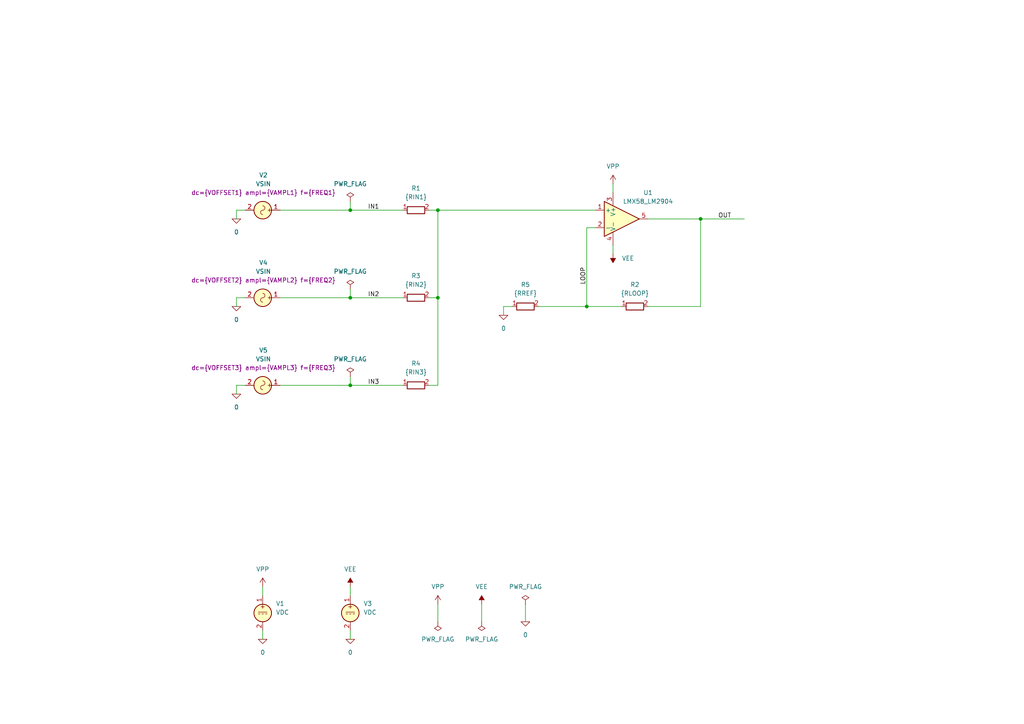
<source format=kicad_sch>
(kicad_sch (version 20211123) (generator eeschema)
  (paper "A4")
  (title_block (title "Non-inverting summing operational amplifier") (date "2023-09-05") (rev "1") (company "astroelectronic@") (comment 1 "-") (comment 2 "-") (comment 3 "-") (comment 4 "AE01010358"))
  (lib_symbols
    (symbol "Device:R" (pin_names (offset 0) hide)
      (property "Reference" "R" (at 2.032 0 90))
      (property "Value" "R" (at 0 0 90))
      (symbol "R_0_1"
        (rectangle (start -1.016 -2.54) (end 1.016 2.54) (stroke (width 0.254)))
      )
      (symbol "R_1_1"
        (pin passive line (at 0 3.81 270) (length 1.27) (name "~") (number "1"))
        (pin passive line (at 0 -3.81 90) (length 1.27) (name "~") (number "2"))
      )
    )
    (symbol "LM358:LMX58_LM2904" (pin_names (offset 0.254))
      (property "Reference" "U" (at 3.81 3.175 0))
      (property "Value" "LMX58_LM2904" (at 3.81 -3.175 0))
      (symbol "LMX58_LM2904_0_1"
        (polyline (pts (xy 5.08 0) (xy -5.08 5.08) (xy -5.08 -5.08) (xy 5.08 0)) (stroke (width 0.254)) (fill (type background)))
      )
      (symbol "LMX58_LM2904_1_1"
        (pin passive line (at -7.62 2.54 0) (length 2.54) (name "+") (number "1"))
        (pin passive line (at -7.62 -2.54 0) (length 2.54) (name "-") (number "2"))
        (pin passive line (at -2.54 7.62 270) (length 3.81) (name "V+") (number "3"))
        (pin passive line (at -2.54 -7.62 90) (length 3.81) (name "V-") (number "4"))
        (pin passive line (at 7.62 0 180) (length 2.54) (name "~") (number "5"))
      )
    )
    (symbol "R_1" (pin_names (offset 0) hide)
      (property "Reference" "R" (at 2.032 0 90))
      (property "Value" "R_1" (at 0 0 90))
      (symbol "R_1_0_1"
        (rectangle (start -1.016 -2.54) (end 1.016 2.54) (stroke (width 0.254)))
      )
      (symbol "R_1_1_1"
        (pin passive line (at 0 3.81 270) (length 1.27) (name "~") (number "1"))
        (pin passive line (at 0 -3.81 90) (length 1.27) (name "~") (number "2"))
      )
    )
    (symbol "Simulation_SPICE:VDC" (pin_names (offset 0.0254) hide)
      (property "Reference" "V" (at 2.54 2.54 0))
      (property "Value" "VDC" (at 2.54 0 0))
      (property "Spice_Model" "dc(1)" (at 2.54 -2.54 0))
      (symbol "VDC_0_0"
        (polyline (pts (xy -1.27 0.254) (xy 1.27 0.254)))
        (polyline (pts (xy -0.762 -0.254) (xy -1.27 -0.254)))
        (polyline (pts (xy 0.254 -0.254) (xy -0.254 -0.254)))
        (polyline (pts (xy 1.27 -0.254) (xy 0.762 -0.254)))
        (text "+" (at 0 1.905 0) (effects (font (size 1.27 1.27))))
      )
      (symbol "VDC_0_1"
        (circle (center 0 0) (radius 2.54) (stroke (width 0.254)) (fill (type background)))
      )
      (symbol "VDC_1_1"
        (pin passive line (at 0 5.08 270) (length 2.54) (name "~") (number "1"))
        (pin passive line (at 0 -5.08 90) (length 2.54) (name "~") (number "2"))
      )
    )
    (symbol "Simulation_SPICE:VSIN" (pin_names (offset 0.0254) hide)
      (property "Reference" "V" (at 2.54 2.54 0))
      (property "Value" "VSIN" (at 2.54 0 0))
      (property "Spice_Model" "sin(0 1 1k)" (at 2.54 -2.54 0))
      (symbol "VSIN_0_0"
        (arc (start 0 0) (mid -0.635 0.635) (end -1.27 0))
        (arc (start 0 0) (mid 0.635 -0.635) (end 1.27 0))
        (text "+" (at 0 1.905 0) (effects (font (size 1.27 1.27))))
      )
      (symbol "VSIN_0_1"
        (circle (center 0 0) (radius 2.54) (stroke (width 0.254)) (fill (type background)))
      )
      (symbol "VSIN_1_1"
        (pin passive line (at 0 5.08 270) (length 2.54) (name "~") (number "1"))
        (pin passive line (at 0 -5.08 90) (length 2.54) (name "~") (number "2"))
      )
    )
    (symbol "VDC_1" (pin_names (offset 0.0254) hide)
      (property "Reference" "V" (at 2.54 2.54 0))
      (property "Value" "VDC_1" (at 2.54 0 0))
      (property "Spice_Model" "dc(1)" (at 2.54 -2.54 0))
      (symbol "VDC_1_0_0"
        (polyline (pts (xy -1.27 0.254) (xy 1.27 0.254)))
        (polyline (pts (xy -0.762 -0.254) (xy -1.27 -0.254)))
        (polyline (pts (xy 0.254 -0.254) (xy -0.254 -0.254)))
        (polyline (pts (xy 1.27 -0.254) (xy 0.762 -0.254)))
        (text "+" (at 0 1.905 0) (effects (font (size 1.27 1.27))))
      )
      (symbol "VDC_1_0_1"
        (circle (center 0 0) (radius 2.54) (stroke (width 0.254)) (fill (type background)))
      )
      (symbol "VDC_1_1_1"
        (pin passive line (at 0 5.08 270) (length 2.54) (name "~") (number "1"))
        (pin passive line (at 0 -5.08 90) (length 2.54) (name "~") (number "2"))
      )
    )
    (symbol "power:PWR_FLAG" (power) (pin_numbers hide) (pin_names (offset 0) hide)
      (property "Value" "PWR_FLAG" (at 0 3.81 0))
      (symbol "PWR_FLAG_0_0"
        (pin power_out line (at 0 0 90) (length 0) (name "pwr") (number "1"))
      )
      (symbol "PWR_FLAG_0_1"
        (polyline (pts (xy 0 0) (xy 0 1.27) (xy -1.016 1.905) (xy 0 2.54) (xy 1.016 1.905) (xy 0 1.27)))
      )
    )
    (symbol "power:VEE" (power) (pin_names (offset 0))
      (property "Value" "VEE" (at 0 3.81 0))
      (symbol "VEE_0_1"
        (polyline (pts (xy 0 0) (xy 0 2.54)))
        (polyline (pts (xy 0.762 1.27) (xy -0.762 1.27) (xy 0 2.54) (xy 0.762 1.27)) (fill (type outline)))
      )
      (symbol "VEE_1_1"
        (pin power_in line (at 0 0 90) (length 0) hide (name "VEE") (number "1"))
      )
    )
    (symbol "power:VPP" (power) (pin_names (offset 0))
      (property "Value" "VPP" (at 0 3.81 0))
      (symbol "VPP_0_1"
        (polyline (pts (xy -0.762 1.27) (xy 0 2.54)))
        (polyline (pts (xy 0 0) (xy 0 2.54)))
        (polyline (pts (xy 0 2.54) (xy 0.762 1.27)))
      )
      (symbol "VPP_1_1"
        (pin power_in line (at 0 0 90) (length 0) hide (name "VPP") (number "1"))
      )
    )
    (symbol "pspice:0" (power) (pin_names (offset 0))
      (property "Value" "0" (at 0 -1.778 0))
      (symbol "0_0_1"
        (polyline (pts (xy -1.27 0) (xy 0 -1.27) (xy 1.27 0) (xy -1.27 0)))
      )
      (symbol "0_1_1"
        (pin power_in line (at 0 0 0) (length 0) hide (name "0") (number "1"))
      )
    )
  )
  (junction (at 127 86.36))
  (junction (at 170.18 88.9))
  (junction (at 127 60.96))
  (junction (at 101.6 111.76))
  (junction (at 203.2 63.5))
  (junction (at 101.6 60.96))
  (junction (at 101.6 86.36))
  (wire (pts (xy 170.18 88.9) (xy 180.34 88.9)))
  (wire (pts (xy 146.05 88.9) (xy 148.59 88.9)))
  (wire (pts (xy 101.6 86.36) (xy 81.28 86.36)))
  (wire (pts (xy 139.7 175.26) (xy 139.7 180.34)))
  (wire (pts (xy 146.05 88.9) (xy 146.05 91.44)))
  (wire (pts (xy 116.84 60.96) (xy 101.6 60.96)))
  (wire (pts (xy 116.84 111.76) (xy 101.6 111.76)))
  (wire (pts (xy 124.46 60.96) (xy 127 60.96)))
  (wire (pts (xy 127 60.96) (xy 172.72 60.96)))
  (wire (pts (xy 101.6 58.42) (xy 101.6 60.96)))
  (wire (pts (xy 187.96 88.9) (xy 203.2 88.9)))
  (wire (pts (xy 170.18 66.04) (xy 170.18 88.9)))
  (wire (pts (xy 68.58 86.36) (xy 71.12 86.36)))
  (wire (pts (xy 177.8 53.34) (xy 177.8 55.88)))
  (wire (pts (xy 101.6 170.18) (xy 101.6 172.72)))
  (wire (pts (xy 101.6 111.76) (xy 81.28 111.76)))
  (wire (pts (xy 101.6 83.82) (xy 101.6 86.36)))
  (wire (pts (xy 127 111.76) (xy 127 86.36)))
  (wire (pts (xy 101.6 109.22) (xy 101.6 111.76)))
  (wire (pts (xy 76.2 170.18) (xy 76.2 172.72)))
  (wire (pts (xy 172.72 66.04) (xy 170.18 66.04)))
  (wire (pts (xy 101.6 182.88) (xy 101.6 185.42)))
  (wire (pts (xy 68.58 60.96) (xy 68.58 63.5)))
  (wire (pts (xy 177.8 71.12) (xy 177.8 73.66)))
  (wire (pts (xy 203.2 63.5) (xy 187.96 63.5)))
  (wire (pts (xy 127 86.36) (xy 124.46 86.36)))
  (wire (pts (xy 101.6 60.96) (xy 81.28 60.96)))
  (wire (pts (xy 68.58 86.36) (xy 68.58 88.9)))
  (wire (pts (xy 152.4 175.26) (xy 152.4 180.34)))
  (wire (pts (xy 203.2 63.5) (xy 215.9 63.5)))
  (wire (pts (xy 68.58 111.76) (xy 68.58 114.3)))
  (wire (pts (xy 156.21 88.9) (xy 170.18 88.9)))
  (wire (pts (xy 68.58 111.76) (xy 71.12 111.76)))
  (wire (pts (xy 76.2 182.88) (xy 76.2 185.42)))
  (wire (pts (xy 127 175.26) (xy 127 180.34)))
  (wire (pts (xy 116.84 86.36) (xy 101.6 86.36)))
  (wire (pts (xy 203.2 88.9) (xy 203.2 63.5)))
  (wire (pts (xy 68.58 60.96) (xy 71.12 60.96)))
  (wire (pts (xy 124.46 111.76) (xy 127 111.76)))
  (wire (pts (xy 127 60.96) (xy 127 86.36)))
  (label "IN1" (at 106.68 60.96 0))
  (label "IN2" (at 106.68 86.36 0))
  (label "LOOP" (at 170.18 82.55 90))
  (label "IN3" (at 106.68 111.76 0))
  (label "OUT" (at 208.28 63.5 0))
  (symbol (lib_id "Simulation_SPICE:VDC") (at 101.6 177.8 0) (unit 1)
    (property "Reference" "V3" (at 105.41 175.0701 0) (effects (justify left)))
    (property "Value" "VDC" (at 105.41 177.6101 0) (effects (justify left)))
    (property "Spice_Netlist_Enabled" "Y" (effects hide))
    (property "Spice_Primitive" "V" (effects hide))
    (property "Spice_Model" "{VNEG}" (at 105.41 180.1501 0) (effects (justify left)))
  )
  (symbol (lib_id "power:VPP") (at 76.2 170.18 0) (unit 1)
    (property "Reference" "#PWR01" (effects hide))
    (property "Value" "VPP" (at 76.2 165.1 0))
  )
  (symbol (lib_id "power:PWR_FLAG") (at 101.6 58.42 0) (unit 1)
    (property "Reference" "#FLG01" (effects hide))
    (property "Value" "PWR_FLAG" (at 101.6 53.34 0))
  )
  (symbol (lib_id "Device:R") (at 152.4 88.9 90) (unit 1)
    (property "Reference" "R5" (at 152.4 82.55 90))
    (property "Value" "{RREF}" (at 152.4 85.09 90))
  )
  (symbol (lib_id "pspice:0") (at 152.4 180.34 0) (unit 1)
    (property "Reference" "#GND05" (effects hide))
    (property "Value" "0" (at 152.4 184.15 0))
  )
  (symbol (lib_id "power:PWR_FLAG") (at 101.6 109.22 0) (unit 1)
    (property "Reference" "#FLG06" (effects hide))
    (property "Value" "PWR_FLAG" (at 101.6 104.14 0))
  )
  (symbol (lib_id "pspice:0") (at 68.58 63.5 0) (unit 1)
    (property "Reference" "#GND02" (effects hide))
    (property "Value" "0" (at 68.58 67.31 0))
  )
  (symbol (lib_id "Device:R") (at 184.15 88.9 90) (unit 1)
    (property "Reference" "R2" (at 184.15 82.55 90))
    (property "Value" "{RLOOP}" (at 184.15 85.09 90))
  )
  (symbol (lib_id "Simulation_SPICE:VSIN") (at 76.2 86.36 270) (unit 1)
    (property "Reference" "V4" (at 76.3897 76.2 90))
    (property "Value" "VSIN" (at 76.3897 78.74 90))
    (property "Spice_Netlist_Enabled" "Y" (effects hide))
    (property "Spice_Primitive" "V" (effects hide))
    (property "Spice_Model" "sin({VOFFSET2} {VAMPL2} {FREQ2})" (at 76.3897 81.28 90))
  )
  (symbol (lib_id "Simulation_SPICE:VSIN") (at 76.2 111.76 270) (unit 1)
    (property "Reference" "V5" (at 76.3897 101.6 90))
    (property "Value" "VSIN" (at 76.3897 104.14 90))
    (property "Spice_Netlist_Enabled" "Y" (effects hide))
    (property "Spice_Primitive" "V" (effects hide))
    (property "Spice_Model" "sin({VOFFSET3} {VAMPL3} {FREQ3})" (at 76.3897 106.68 90))
  )
  (symbol (lib_id "power:PWR_FLAG") (at 139.7 180.34 180) (unit 1)
    (property "Reference" "#FLG03" (effects hide))
    (property "Value" "PWR_FLAG" (at 139.7 185.42 0))
  )
  (symbol (lib_id "power:PWR_FLAG") (at 127 180.34 180) (unit 1)
    (property "Reference" "#FLG02" (effects hide))
    (property "Value" "PWR_FLAG" (at 127 185.42 0))
  )
  (symbol (lib_id "pspice:0") (at 68.58 88.9 0) (unit 1)
    (property "Reference" "#GND04" (effects hide))
    (property "Value" "0" (at 68.58 92.71 0))
  )
  (symbol (lib_id "power:VEE") (at 139.7 175.26 0) (unit 1)
    (property "Reference" "#PWR06" (effects hide))
    (property "Value" "VEE" (at 139.7 170.18 0))
  )
  (symbol (lib_id "Simulation_SPICE:VSIN") (at 76.2 60.96 270) (unit 1)
    (property "Reference" "V2" (at 76.3897 50.8 90))
    (property "Value" "VSIN" (at 76.3897 53.34 90))
    (property "Spice_Netlist_Enabled" "Y" (effects hide))
    (property "Spice_Primitive" "V" (effects hide))
    (property "Spice_Model" "sin({VOFFSET1} {VAMPL1} {FREQ1})" (at 76.3897 55.88 90))
  )
  (symbol (lib_id "power:PWR_FLAG") (at 152.4 175.26 0) (unit 1)
    (property "Reference" "#FLG04" (effects hide))
    (property "Value" "PWR_FLAG" (at 152.4 170.18 0))
  )
  (symbol (lib_name "VDC_1") (lib_id "Simulation_SPICE:VDC") (at 76.2 177.8 0) (unit 1)
    (property "Reference" "V1" (at 80.01 175.0701 0) (effects (justify left)))
    (property "Value" "VDC" (at 80.01 177.6101 0) (effects (justify left)))
    (property "Spice_Netlist_Enabled" "Y" (effects hide))
    (property "Spice_Primitive" "V" (effects hide))
    (property "Spice_Model" "{VPOS}" (at 80.01 180.1501 0) (effects (justify left)))
  )
  (symbol (lib_id "pspice:0") (at 76.2 185.42 0) (unit 1)
    (property "Reference" "#GND01" (effects hide))
    (property "Value" "0" (at 76.2 189.23 0))
  )
  (symbol (lib_id "pspice:0") (at 146.05 91.44 0) (unit 1)
    (property "Reference" "#GND07" (effects hide))
    (property "Value" "0" (at 146.05 95.25 0))
  )
  (symbol (lib_name "R_1") (lib_id "Device:R") (at 120.65 86.36 90) (unit 1)
    (property "Reference" "R3" (at 120.65 80.01 90))
    (property "Value" "{RIN2}" (at 120.65 82.55 90))
  )
  (symbol (lib_name "R_1") (lib_id "Device:R") (at 120.65 111.76 90) (unit 1)
    (property "Reference" "R4" (at 120.65 105.41 90))
    (property "Value" "{RIN3}" (at 120.65 107.95 90))
  )
  (symbol (lib_id "pspice:0") (at 101.6 185.42 0) (unit 1)
    (property "Reference" "#GND03" (effects hide))
    (property "Value" "0" (at 101.6 189.23 0))
  )
  (symbol (lib_id "power:VPP") (at 177.8 53.34 0) (unit 1)
    (property "Reference" "#PWR03" (effects hide))
    (property "Value" "VPP" (at 177.8 48.26 0))
  )
  (symbol (lib_id "pspice:0") (at 68.58 114.3 0) (unit 1)
    (property "Reference" "#GND06" (effects hide))
    (property "Value" "0" (at 68.58 118.11 0))
  )
  (symbol (lib_name "R_1") (lib_id "Device:R") (at 120.65 60.96 90) (unit 1)
    (property "Reference" "R1" (at 120.65 54.61 90))
    (property "Value" "{RIN1}" (at 120.65 57.15 90))
  )
  (symbol (lib_id "power:VEE") (at 177.8 73.66 180) (unit 1)
    (property "Reference" "#PWR04" (effects hide))
    (property "Value" "VEE" (at 180.34 74.9299 0) (effects (justify right)))
  )
  (symbol (lib_id "power:VPP") (at 127 175.26 0) (unit 1)
    (property "Reference" "#PWR05" (effects hide))
    (property "Value" "VPP" (at 127 170.18 0))
  )
  (symbol (lib_id "power:VEE") (at 101.6 170.18 0) (unit 1)
    (property "Reference" "#PWR02" (effects hide))
    (property "Value" "VEE" (at 101.6 165.1 0))
  )
  (symbol (lib_id "LM358:LMX58_LM2904") (at 180.34 63.5 0) (unit 1)
    (property "Reference" "U1" (at 187.96 55.88 0))
    (property "Value" "LMX58_LM2904" (at 187.96 58.42 0))
    (property "Spice_Netlist_Enabled" "Y" (effects hide))
    (property "Spice_Primitive" "X" (effects hide))
    (property "Spice_Model" "LMX58_LM2904" (effects hide))
    (property "Spice_Lib_File" "/home/astroelectronica/kicad/projects/LM358/models/lmx58_lm2904.lib" (effects hide))
  )
  (symbol (lib_id "power:PWR_FLAG") (at 101.6 83.82 0) (unit 1)
    (property "Reference" "#FLG05" (effects hide))
    (property "Value" "PWR_FLAG" (at 101.6 78.74 0))
  )
)
</source>
